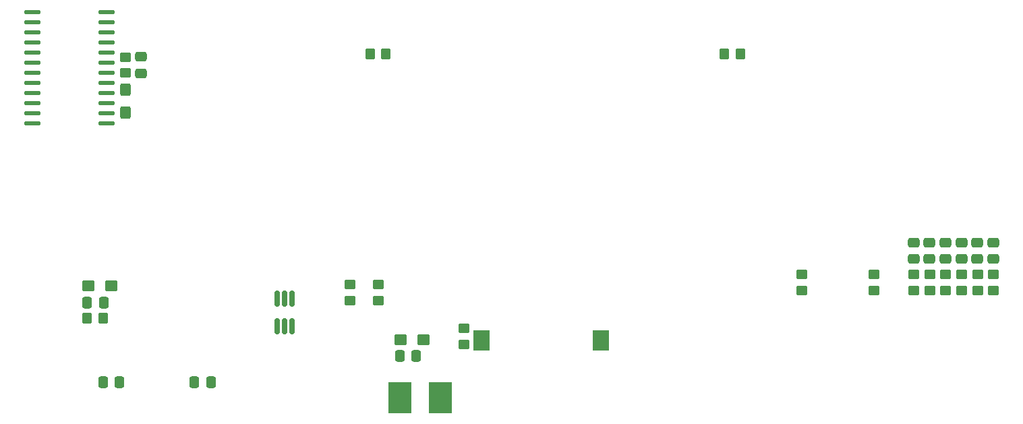
<source format=gbp>
G04 #@! TF.GenerationSoftware,KiCad,Pcbnew,8.0.4*
G04 #@! TF.CreationDate,2024-11-10T20:41:49+01:00*
G04 #@! TF.ProjectId,SchrackMulticlock,53636872-6163-46b4-9d75-6c7469636c6f,v0.0.4*
G04 #@! TF.SameCoordinates,Original*
G04 #@! TF.FileFunction,Paste,Bot*
G04 #@! TF.FilePolarity,Positive*
%FSLAX46Y46*%
G04 Gerber Fmt 4.6, Leading zero omitted, Abs format (unit mm)*
G04 Created by KiCad (PCBNEW 8.0.4) date 2024-11-10 20:41:49*
%MOMM*%
%LPD*%
G01*
G04 APERTURE LIST*
G04 Aperture macros list*
%AMRoundRect*
0 Rectangle with rounded corners*
0 $1 Rounding radius*
0 $2 $3 $4 $5 $6 $7 $8 $9 X,Y pos of 4 corners*
0 Add a 4 corners polygon primitive as box body*
4,1,4,$2,$3,$4,$5,$6,$7,$8,$9,$2,$3,0*
0 Add four circle primitives for the rounded corners*
1,1,$1+$1,$2,$3*
1,1,$1+$1,$4,$5*
1,1,$1+$1,$6,$7*
1,1,$1+$1,$8,$9*
0 Add four rect primitives between the rounded corners*
20,1,$1+$1,$2,$3,$4,$5,0*
20,1,$1+$1,$4,$5,$6,$7,0*
20,1,$1+$1,$6,$7,$8,$9,0*
20,1,$1+$1,$8,$9,$2,$3,0*%
G04 Aperture macros list end*
%ADD10RoundRect,0.250000X0.475000X-0.337500X0.475000X0.337500X-0.475000X0.337500X-0.475000X-0.337500X0*%
%ADD11RoundRect,0.250000X0.450000X-0.350000X0.450000X0.350000X-0.450000X0.350000X-0.450000X-0.350000X0*%
%ADD12RoundRect,0.250000X-0.475000X0.337500X-0.475000X-0.337500X0.475000X-0.337500X0.475000X0.337500X0*%
%ADD13RoundRect,0.162500X0.162500X-0.837500X0.162500X0.837500X-0.162500X0.837500X-0.162500X-0.837500X0*%
%ADD14R,2.000000X2.500000*%
%ADD15RoundRect,0.250000X0.337500X0.475000X-0.337500X0.475000X-0.337500X-0.475000X0.337500X-0.475000X0*%
%ADD16RoundRect,0.250000X-0.425000X0.537500X-0.425000X-0.537500X0.425000X-0.537500X0.425000X0.537500X0*%
%ADD17R,3.000000X4.000000*%
%ADD18RoundRect,0.250000X-0.337500X-0.475000X0.337500X-0.475000X0.337500X0.475000X-0.337500X0.475000X0*%
%ADD19RoundRect,0.137500X-0.862500X-0.137500X0.862500X-0.137500X0.862500X0.137500X-0.862500X0.137500X0*%
%ADD20RoundRect,0.250000X-0.450000X0.350000X-0.450000X-0.350000X0.450000X-0.350000X0.450000X0.350000X0*%
%ADD21RoundRect,0.250000X-0.350000X-0.450000X0.350000X-0.450000X0.350000X0.450000X-0.350000X0.450000X0*%
%ADD22RoundRect,0.250000X-0.537500X-0.425000X0.537500X-0.425000X0.537500X0.425000X-0.537500X0.425000X0*%
%ADD23RoundRect,0.250000X0.350000X0.450000X-0.350000X0.450000X-0.350000X-0.450000X0.350000X-0.450000X0*%
G04 APERTURE END LIST*
D10*
X138320000Y-75805000D03*
X138320000Y-73730000D03*
D11*
X235340000Y-103080000D03*
X235340000Y-101080000D03*
D12*
X245320000Y-97042500D03*
X245320000Y-99117500D03*
D13*
X157270000Y-107540000D03*
X156320000Y-107540000D03*
X155370000Y-107540000D03*
X155370000Y-104120000D03*
X156320000Y-104120000D03*
X157270000Y-104120000D03*
D14*
X181070000Y-109330000D03*
X196070000Y-109330000D03*
D15*
X147107500Y-114580000D03*
X145032500Y-114580000D03*
D16*
X136320000Y-77830000D03*
X136320000Y-80705000D03*
D11*
X237340000Y-103080000D03*
X237340000Y-101080000D03*
X245340000Y-103080000D03*
X245340000Y-101080000D03*
D12*
X239320000Y-97042500D03*
X239320000Y-99117500D03*
D17*
X170780000Y-116580000D03*
X175860000Y-116580000D03*
D12*
X235320000Y-97042500D03*
X235320000Y-99117500D03*
D11*
X230320000Y-103080000D03*
X230320000Y-101080000D03*
X243340000Y-103080000D03*
X243340000Y-101080000D03*
D18*
X133532500Y-114580000D03*
X135607500Y-114580000D03*
D19*
X124670000Y-82065000D03*
X124670000Y-80795000D03*
X124670000Y-79525000D03*
X124670000Y-78255000D03*
X124670000Y-76985000D03*
X124670000Y-75715000D03*
X124670000Y-74445000D03*
X124670000Y-73175000D03*
X124670000Y-71905000D03*
X124670000Y-70635000D03*
X124670000Y-69365000D03*
X124670000Y-68095000D03*
X133970000Y-68095000D03*
X133970000Y-69365000D03*
X133970000Y-70635000D03*
X133970000Y-71905000D03*
X133970000Y-73175000D03*
X133970000Y-74445000D03*
X133970000Y-75715000D03*
X133970000Y-76985000D03*
X133970000Y-78255000D03*
X133970000Y-79525000D03*
X133970000Y-80795000D03*
X133970000Y-82065000D03*
D11*
X136320000Y-75767500D03*
X136320000Y-73767500D03*
D20*
X178820000Y-107830000D03*
X178820000Y-109830000D03*
D21*
X167070000Y-73330000D03*
X169070000Y-73330000D03*
D12*
X243320000Y-97042500D03*
X243320000Y-99117500D03*
X241320000Y-97042500D03*
X241320000Y-99117500D03*
D11*
X239320000Y-103080000D03*
X239320000Y-101080000D03*
D22*
X131682500Y-102530000D03*
X134557500Y-102530000D03*
D11*
X221320000Y-103080000D03*
X221320000Y-101080000D03*
D18*
X170782500Y-111330000D03*
X172857500Y-111330000D03*
X131532500Y-104580000D03*
X133607500Y-104580000D03*
D20*
X168070000Y-102355000D03*
X168070000Y-104355000D03*
D11*
X164570000Y-104355000D03*
X164570000Y-102355000D03*
D22*
X170882500Y-109230000D03*
X173757500Y-109230000D03*
D23*
X133570000Y-106580000D03*
X131570000Y-106580000D03*
D12*
X237320000Y-97042500D03*
X237320000Y-99117500D03*
D21*
X211570000Y-73330000D03*
X213570000Y-73330000D03*
D11*
X241340000Y-103080000D03*
X241340000Y-101080000D03*
M02*

</source>
